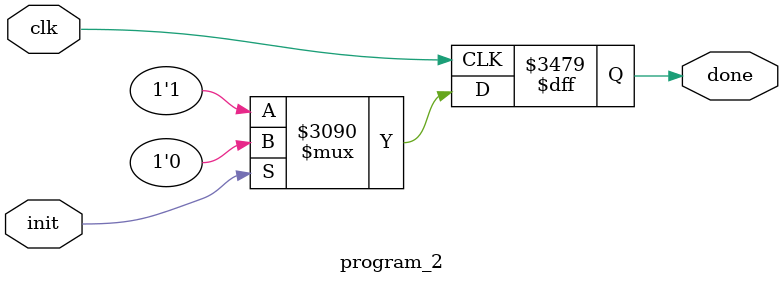
<source format=sv>
/* 18. String match -- Write a program that finds the number of entries 
in an array  which contain a 4-bit string.  For example, if the 4-bit string 
is 0101, then 11010110 and 01010101 would both count (the latter would count 
once, even though the string occurs 3 times), while 00111011 would not.  

The array starts at position 32 and is 64 bytes long.  
The string you search for will be in the lower 4 bits of memory address 6.  
The result shall be written in location 7.
*/

module program_2(
  input clk,
        init,
  output logic done);
  logic[7:0] data_ram[96];
  logic[7:0] cycle_ct;
  logic mat;

  always_ff @(posedge clk)
    if(init) begin
	  done        <= 0;
      cycle_ct    <= 0;
	  data_ram[7] <= 0;		   // clear result position in memory
	  mat         <= 0;	       // handles OR across any byte
    end 
    else begin
// outer loop -- check each of the 64 bytes
      for(int i=32;i<96;i++) begin
	    mat = 0;	         // used to avoid double counting
// inner loop -- 5 positions for 4 bits into 8
	    for(int j=0;j<5;j++) begin
		  cycle_ct = cycle_ct + 1;
          if(data_ram[i][3:0]==data_ram[6][3:0]) begin
//		    $display(i);
		    mat = 1;  
		  end
		  data_ram[i] = data_ram[i]>>1;
		  end
// increment match count if match found in data_ram[i]
		 data_ram[7] = data_ram[7]+mat;
	  end
      done <= 1;
	end

endmodule
</source>
